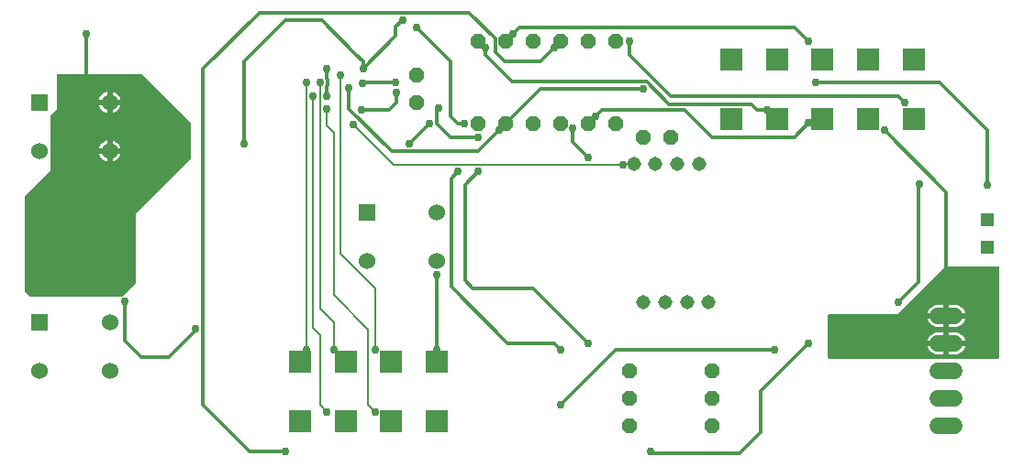
<source format=gbr>
G04 EAGLE Gerber RS-274X export*
G75*
%MOMM*%
%FSLAX34Y34*%
%LPD*%
%INBottom Copper*%
%IPPOS*%
%AMOC8*
5,1,8,0,0,1.08239X$1,22.5*%
G01*
%ADD10P,1.429621X8X22.500000*%
%ADD11P,1.429621X8X292.500000*%
%ADD12C,1.524000*%
%ADD13P,1.429621X8X202.500000*%
%ADD14P,1.429621X8X112.500000*%
%ADD15C,1.314200*%
%ADD16R,1.300000X1.300000*%
%ADD17R,2.100000X2.100000*%
%ADD18R,1.524000X1.524000*%
%ADD19C,1.524000*%
%ADD20C,0.756400*%
%ADD21C,0.304800*%
%ADD22C,0.152400*%

G36*
X101726Y157241D02*
X101726Y157241D01*
X101852Y157248D01*
X101898Y157261D01*
X101946Y157267D01*
X102065Y157309D01*
X102187Y157344D01*
X102229Y157368D01*
X102274Y157384D01*
X102381Y157453D01*
X102491Y157514D01*
X102537Y157554D01*
X102567Y157573D01*
X102601Y157608D01*
X102677Y157673D01*
X115377Y170373D01*
X115456Y170472D01*
X115540Y170566D01*
X115564Y170608D01*
X115594Y170646D01*
X115648Y170760D01*
X115709Y170871D01*
X115722Y170917D01*
X115743Y170961D01*
X115769Y171084D01*
X115804Y171206D01*
X115809Y171267D01*
X115816Y171302D01*
X115815Y171350D01*
X115823Y171450D01*
X115823Y234319D01*
X166177Y284673D01*
X166256Y284772D01*
X166340Y284866D01*
X166364Y284908D01*
X166394Y284946D01*
X166448Y285060D01*
X166509Y285171D01*
X166522Y285217D01*
X166543Y285261D01*
X166569Y285384D01*
X166604Y285506D01*
X166609Y285567D01*
X166616Y285602D01*
X166615Y285650D01*
X166623Y285750D01*
X166623Y317500D01*
X166609Y317626D01*
X166602Y317752D01*
X166589Y317798D01*
X166583Y317846D01*
X166541Y317965D01*
X166506Y318087D01*
X166482Y318129D01*
X166466Y318174D01*
X166397Y318281D01*
X166336Y318391D01*
X166296Y318437D01*
X166277Y318467D01*
X166242Y318501D01*
X166177Y318577D01*
X121727Y363027D01*
X121628Y363106D01*
X121534Y363190D01*
X121492Y363214D01*
X121454Y363244D01*
X121340Y363298D01*
X121229Y363359D01*
X121183Y363372D01*
X121139Y363393D01*
X121016Y363419D01*
X120894Y363454D01*
X120833Y363459D01*
X120798Y363466D01*
X120750Y363465D01*
X120650Y363473D01*
X44450Y363473D01*
X44424Y363470D01*
X44398Y363472D01*
X44251Y363450D01*
X44104Y363433D01*
X44079Y363425D01*
X44053Y363421D01*
X43915Y363366D01*
X43776Y363316D01*
X43754Y363302D01*
X43729Y363292D01*
X43608Y363207D01*
X43483Y363127D01*
X43465Y363108D01*
X43443Y363093D01*
X43344Y362983D01*
X43241Y362876D01*
X43227Y362854D01*
X43210Y362834D01*
X43138Y362704D01*
X43062Y362577D01*
X43054Y362552D01*
X43041Y362529D01*
X43001Y362386D01*
X42956Y362245D01*
X42954Y362219D01*
X42946Y362194D01*
X42927Y361950D01*
X42927Y330831D01*
X37023Y324927D01*
X36944Y324828D01*
X36860Y324734D01*
X36836Y324692D01*
X36806Y324654D01*
X36752Y324540D01*
X36691Y324429D01*
X36678Y324383D01*
X36657Y324339D01*
X36631Y324216D01*
X36596Y324094D01*
X36592Y324033D01*
X36584Y323998D01*
X36585Y323950D01*
X36577Y323850D01*
X36577Y273681D01*
X13307Y250411D01*
X13228Y250312D01*
X13144Y250218D01*
X13120Y250176D01*
X13090Y250138D01*
X13036Y250024D01*
X12975Y249913D01*
X12962Y249867D01*
X12941Y249823D01*
X12915Y249700D01*
X12880Y249578D01*
X12875Y249517D01*
X12868Y249482D01*
X12869Y249434D01*
X12861Y249334D01*
X12861Y163416D01*
X12875Y163290D01*
X12882Y163164D01*
X12895Y163118D01*
X12901Y163070D01*
X12943Y162951D01*
X12978Y162829D01*
X13002Y162787D01*
X13018Y162742D01*
X13087Y162636D01*
X13148Y162525D01*
X13188Y162479D01*
X13207Y162449D01*
X13242Y162415D01*
X13307Y162339D01*
X17973Y157673D01*
X18072Y157594D01*
X18166Y157510D01*
X18208Y157486D01*
X18246Y157456D01*
X18360Y157402D01*
X18471Y157341D01*
X18517Y157328D01*
X18561Y157307D01*
X18684Y157281D01*
X18806Y157246D01*
X18867Y157242D01*
X18902Y157234D01*
X18950Y157235D01*
X19050Y157227D01*
X101600Y157227D01*
X101726Y157241D01*
G37*
G36*
X911042Y100080D02*
X911042Y100080D01*
X911068Y100078D01*
X911215Y100100D01*
X911362Y100117D01*
X911387Y100125D01*
X911413Y100129D01*
X911551Y100184D01*
X911690Y100234D01*
X911712Y100248D01*
X911737Y100258D01*
X911858Y100343D01*
X911983Y100423D01*
X912001Y100442D01*
X912023Y100457D01*
X912122Y100567D01*
X912225Y100674D01*
X912239Y100696D01*
X912256Y100716D01*
X912328Y100846D01*
X912404Y100973D01*
X912412Y100998D01*
X912425Y101021D01*
X912465Y101164D01*
X912510Y101305D01*
X912512Y101331D01*
X912520Y101356D01*
X912539Y101600D01*
X912539Y184150D01*
X912536Y184176D01*
X912538Y184202D01*
X912516Y184349D01*
X912499Y184496D01*
X912491Y184521D01*
X912487Y184547D01*
X912432Y184685D01*
X912382Y184824D01*
X912368Y184846D01*
X912358Y184871D01*
X912273Y184992D01*
X912193Y185117D01*
X912174Y185135D01*
X912159Y185157D01*
X912049Y185256D01*
X911942Y185359D01*
X911920Y185373D01*
X911900Y185390D01*
X911770Y185462D01*
X911643Y185538D01*
X911618Y185546D01*
X911595Y185559D01*
X911452Y185599D01*
X911311Y185644D01*
X911285Y185646D01*
X911260Y185654D01*
X911016Y185673D01*
X863600Y185673D01*
X863474Y185659D01*
X863348Y185652D01*
X863302Y185639D01*
X863254Y185633D01*
X863135Y185591D01*
X863013Y185556D01*
X862971Y185532D01*
X862926Y185516D01*
X862819Y185447D01*
X862709Y185386D01*
X862663Y185346D01*
X862633Y185327D01*
X862599Y185292D01*
X862523Y185227D01*
X818519Y141223D01*
X755650Y141223D01*
X755624Y141220D01*
X755598Y141222D01*
X755451Y141200D01*
X755304Y141183D01*
X755279Y141175D01*
X755253Y141171D01*
X755115Y141116D01*
X754976Y141066D01*
X754954Y141052D01*
X754929Y141042D01*
X754808Y140957D01*
X754683Y140877D01*
X754665Y140858D01*
X754643Y140843D01*
X754544Y140733D01*
X754441Y140626D01*
X754427Y140604D01*
X754410Y140584D01*
X754338Y140454D01*
X754262Y140327D01*
X754254Y140302D01*
X754241Y140279D01*
X754201Y140136D01*
X754156Y139995D01*
X754154Y139969D01*
X754146Y139944D01*
X754127Y139700D01*
X754127Y101600D01*
X754130Y101574D01*
X754128Y101548D01*
X754150Y101401D01*
X754167Y101254D01*
X754175Y101229D01*
X754179Y101203D01*
X754234Y101065D01*
X754284Y100926D01*
X754298Y100904D01*
X754308Y100879D01*
X754393Y100758D01*
X754473Y100633D01*
X754492Y100615D01*
X754507Y100593D01*
X754617Y100494D01*
X754724Y100391D01*
X754746Y100377D01*
X754766Y100360D01*
X754896Y100288D01*
X755023Y100212D01*
X755048Y100204D01*
X755071Y100191D01*
X755214Y100151D01*
X755355Y100106D01*
X755381Y100104D01*
X755406Y100096D01*
X755650Y100077D01*
X911016Y100077D01*
X911042Y100080D01*
G37*
%LPC*%
G36*
X866139Y142239D02*
X866139Y142239D01*
X866139Y149861D01*
X872020Y149861D01*
X873599Y149611D01*
X875120Y149116D01*
X876545Y148390D01*
X877839Y147450D01*
X878970Y146319D01*
X879910Y145025D01*
X880636Y143600D01*
X881079Y142239D01*
X866139Y142239D01*
G37*
%LPD*%
%LPC*%
G36*
X866139Y116839D02*
X866139Y116839D01*
X866139Y124461D01*
X872020Y124461D01*
X873599Y124211D01*
X875120Y123716D01*
X876545Y122990D01*
X877839Y122050D01*
X878970Y120919D01*
X879910Y119625D01*
X880636Y118200D01*
X881079Y116839D01*
X866139Y116839D01*
G37*
%LPD*%
%LPC*%
G36*
X846121Y142239D02*
X846121Y142239D01*
X846564Y143600D01*
X847290Y145025D01*
X848230Y146319D01*
X849361Y147450D01*
X850655Y148390D01*
X852080Y149116D01*
X853601Y149611D01*
X855180Y149861D01*
X861061Y149861D01*
X861061Y142239D01*
X846121Y142239D01*
G37*
%LPD*%
%LPC*%
G36*
X846121Y116839D02*
X846121Y116839D01*
X846564Y118200D01*
X847290Y119625D01*
X848230Y120919D01*
X849361Y122050D01*
X850655Y122990D01*
X852080Y123716D01*
X853601Y124211D01*
X855180Y124461D01*
X861061Y124461D01*
X861061Y116839D01*
X846121Y116839D01*
G37*
%LPD*%
%LPC*%
G36*
X866139Y129539D02*
X866139Y129539D01*
X866139Y137161D01*
X881079Y137161D01*
X880636Y135800D01*
X879910Y134375D01*
X878970Y133081D01*
X877839Y131950D01*
X876545Y131010D01*
X875120Y130284D01*
X873599Y129789D01*
X872020Y129539D01*
X866139Y129539D01*
G37*
%LPD*%
%LPC*%
G36*
X866139Y104139D02*
X866139Y104139D01*
X866139Y111761D01*
X881079Y111761D01*
X880636Y110400D01*
X879910Y108975D01*
X878970Y107681D01*
X877839Y106550D01*
X876545Y105610D01*
X875120Y104884D01*
X873599Y104389D01*
X872020Y104139D01*
X866139Y104139D01*
G37*
%LPD*%
%LPC*%
G36*
X855180Y129539D02*
X855180Y129539D01*
X853601Y129789D01*
X852080Y130284D01*
X850655Y131010D01*
X849361Y131950D01*
X848230Y133081D01*
X847290Y134375D01*
X846564Y135800D01*
X846121Y137161D01*
X861061Y137161D01*
X861061Y129539D01*
X855180Y129539D01*
G37*
%LPD*%
%LPC*%
G36*
X855180Y104139D02*
X855180Y104139D01*
X853601Y104389D01*
X852080Y104884D01*
X850655Y105610D01*
X849361Y106550D01*
X848230Y107681D01*
X847290Y108975D01*
X846564Y110400D01*
X846121Y111761D01*
X861061Y111761D01*
X861061Y104139D01*
X855180Y104139D01*
G37*
%LPD*%
%LPC*%
G36*
X94139Y339597D02*
X94139Y339597D01*
X94139Y346917D01*
X95500Y346474D01*
X96925Y345748D01*
X98219Y344808D01*
X99350Y343677D01*
X100290Y342383D01*
X101016Y340958D01*
X101459Y339597D01*
X94139Y339597D01*
G37*
%LPD*%
%LPC*%
G36*
X94139Y294639D02*
X94139Y294639D01*
X94139Y301959D01*
X95500Y301516D01*
X96925Y300790D01*
X98219Y299850D01*
X99350Y298719D01*
X100290Y297425D01*
X101016Y296000D01*
X101459Y294639D01*
X94139Y294639D01*
G37*
%LPD*%
%LPC*%
G36*
X81741Y339597D02*
X81741Y339597D01*
X82184Y340958D01*
X82910Y342383D01*
X83850Y343677D01*
X84981Y344808D01*
X86275Y345748D01*
X87700Y346474D01*
X89061Y346917D01*
X89061Y339597D01*
X81741Y339597D01*
G37*
%LPD*%
%LPC*%
G36*
X94139Y334519D02*
X94139Y334519D01*
X101459Y334519D01*
X101016Y333158D01*
X100290Y331733D01*
X99350Y330439D01*
X98219Y329308D01*
X96925Y328368D01*
X95500Y327642D01*
X94139Y327199D01*
X94139Y334519D01*
G37*
%LPD*%
%LPC*%
G36*
X81741Y294639D02*
X81741Y294639D01*
X82184Y296000D01*
X82910Y297425D01*
X83850Y298719D01*
X84981Y299850D01*
X86275Y300790D01*
X87700Y301516D01*
X89061Y301959D01*
X89061Y294639D01*
X81741Y294639D01*
G37*
%LPD*%
%LPC*%
G36*
X94139Y289561D02*
X94139Y289561D01*
X101459Y289561D01*
X101016Y288200D01*
X100290Y286775D01*
X99350Y285481D01*
X98219Y284350D01*
X96925Y283410D01*
X95500Y282684D01*
X94139Y282241D01*
X94139Y289561D01*
G37*
%LPD*%
%LPC*%
G36*
X87700Y327642D02*
X87700Y327642D01*
X86275Y328368D01*
X84981Y329308D01*
X83850Y330439D01*
X82910Y331733D01*
X82184Y333158D01*
X81741Y334519D01*
X89061Y334519D01*
X89061Y327199D01*
X87700Y327642D01*
G37*
%LPD*%
%LPC*%
G36*
X87700Y282684D02*
X87700Y282684D01*
X86275Y283410D01*
X84981Y284350D01*
X83850Y285481D01*
X82910Y286775D01*
X82184Y288200D01*
X81741Y289561D01*
X89061Y289561D01*
X89061Y282241D01*
X87700Y282684D01*
G37*
%LPD*%
D10*
X584200Y304800D03*
X609600Y304800D03*
D11*
X374650Y361950D03*
X374650Y336550D03*
D12*
X855980Y38100D02*
X871220Y38100D01*
X871220Y63500D02*
X855980Y63500D01*
X855980Y88900D02*
X871220Y88900D01*
X871220Y114300D02*
X855980Y114300D01*
X855980Y139700D02*
X871220Y139700D01*
D13*
X647700Y38100D03*
X571500Y38100D03*
D10*
X571500Y88900D03*
X647700Y88900D03*
D14*
X533400Y317500D03*
X533400Y393700D03*
X431800Y317500D03*
X431800Y393700D03*
X482600Y317500D03*
X482600Y393700D03*
D11*
X457200Y393700D03*
X457200Y317500D03*
D14*
X508000Y317500D03*
X508000Y393700D03*
X558800Y317500D03*
X558800Y393700D03*
D13*
X647700Y63500D03*
X571500Y63500D03*
D15*
X584100Y151950D03*
X604100Y151950D03*
X624100Y151950D03*
X644100Y151950D03*
X635100Y279850D03*
X615100Y279850D03*
X595100Y279850D03*
X575100Y279850D03*
D16*
X901700Y228600D03*
X901700Y203200D03*
D17*
X393200Y42350D03*
X351200Y42350D03*
X309200Y42350D03*
X267200Y42350D03*
X267200Y97350D03*
X309200Y97350D03*
X351200Y97350D03*
X393200Y97350D03*
X833300Y321750D03*
X791300Y321750D03*
X749300Y321750D03*
X707300Y321750D03*
X665300Y321750D03*
X707300Y376750D03*
X665300Y376750D03*
X749300Y376750D03*
X791300Y376750D03*
X833300Y376750D03*
D18*
X26576Y133858D03*
D19*
X26576Y88900D03*
X91600Y88900D03*
X91600Y133858D03*
D18*
X26576Y337058D03*
D19*
X26576Y292100D03*
X91600Y292100D03*
X91600Y337058D03*
D18*
X328676Y235458D03*
D19*
X328676Y190500D03*
X393700Y190500D03*
X393700Y235458D03*
D20*
X323850Y330200D03*
X393700Y107950D03*
D21*
X393700Y177800D01*
D20*
X393700Y177800D03*
X806450Y311150D03*
D21*
X863600Y254000D01*
X863600Y158750D01*
D20*
X863600Y158750D03*
X355961Y346512D03*
D21*
X355961Y336911D01*
X349250Y330200D01*
X323850Y330200D01*
D20*
X508000Y57150D03*
D21*
X558800Y107950D01*
X704850Y107950D01*
D20*
X704850Y107950D03*
X69850Y355600D03*
D21*
X69850Y400050D01*
D20*
X69850Y400050D03*
X292100Y368300D03*
X292100Y342900D03*
D21*
X292100Y358909D02*
X292100Y368300D01*
X292100Y358909D02*
X292580Y358429D01*
X292580Y352771D01*
X292100Y352291D01*
X292100Y342900D01*
D20*
X316384Y316384D03*
D22*
X353369Y279400D01*
X565150Y279400D01*
D20*
X565150Y279400D03*
X742950Y355600D03*
D21*
X857250Y355600D01*
X901700Y311150D01*
X901700Y260350D01*
D20*
X901700Y260350D03*
X825500Y336550D03*
D21*
X819150Y342900D01*
X609600Y342900D01*
X571500Y381000D01*
X571500Y393700D01*
D20*
X571500Y393700D03*
X254000Y13942D03*
D21*
X221008Y13942D01*
X177800Y57150D01*
X177800Y368300D01*
X229566Y420066D01*
X423192Y420066D01*
D20*
X501650Y387350D03*
D21*
X488950Y374650D01*
X447548Y383352D02*
X447548Y395710D01*
X447548Y383352D02*
X456250Y374650D01*
X488950Y374650D01*
X447548Y395710D02*
X423192Y420066D01*
D20*
X533400Y285750D03*
D21*
X519045Y300105D01*
X519045Y312805D01*
D20*
X519045Y312805D03*
X324869Y354900D03*
D21*
X324169Y355600D01*
X355600Y355600D01*
D20*
X355600Y355600D03*
X431800Y304800D03*
D21*
X406400Y304800D01*
X393700Y317500D01*
X393700Y330200D01*
X395355Y331855D01*
D20*
X395355Y331855D03*
X215900Y298450D03*
D21*
X215900Y374650D01*
X254000Y412750D01*
X287180Y412750D01*
X318215Y381715D02*
X325280Y374650D01*
X318215Y381715D02*
X287180Y412750D01*
X325280Y374650D02*
X325280Y368300D01*
D20*
X325280Y368300D03*
X819150Y152400D03*
D21*
X837946Y171196D01*
X837946Y259155D01*
D20*
X839072Y261222D03*
D21*
X839072Y260282D01*
X837946Y259155D01*
D20*
X736600Y114300D03*
D21*
X692150Y69850D01*
X692150Y31750D01*
X673100Y12700D01*
X590550Y12700D01*
X590550Y13942D01*
D20*
X590550Y13942D03*
X361950Y413230D03*
D21*
X355600Y406880D01*
X355600Y398620D01*
X325280Y368300D01*
D20*
X105575Y152880D03*
D21*
X105575Y116675D01*
X114300Y107950D01*
X120650Y101600D01*
X146050Y101600D01*
X170334Y125884D01*
X170334Y128116D01*
D20*
X170334Y128116D03*
X508000Y107950D03*
D21*
X406654Y166295D02*
X406654Y196850D01*
X501650Y114300D02*
X508000Y107950D01*
X501650Y114300D02*
X458649Y114300D01*
X406654Y166295D01*
X406654Y266954D02*
X412750Y273050D01*
X406654Y266954D02*
X406654Y196850D01*
D20*
X412750Y273050D03*
X368300Y298930D03*
X386870Y317500D03*
D21*
X368300Y298930D01*
D20*
X431800Y273050D03*
X533400Y114300D03*
D21*
X482346Y165354D01*
X426645Y165354D01*
X419354Y172645D01*
X419354Y260604D02*
X431800Y273050D01*
X419354Y260604D02*
X419354Y172645D01*
D20*
X312266Y350366D03*
D21*
X312266Y331316D02*
X351482Y292100D01*
X312266Y331316D02*
X312266Y350366D01*
X351482Y292100D02*
X431800Y292100D01*
X450850Y311150D01*
X450850Y311630D01*
D20*
X450850Y311630D03*
X584200Y349250D03*
D21*
X488950Y349250D01*
X450850Y311150D01*
D20*
X736600Y393700D03*
D21*
X723900Y406400D01*
X469900Y406400D01*
X463550Y400050D01*
D20*
X463550Y400050D03*
X698500Y330200D03*
X438150Y387350D03*
D21*
X688511Y330200D02*
X698500Y330200D01*
X688511Y330200D02*
X683413Y335298D01*
X463070Y356080D02*
X438150Y381000D01*
X438150Y387350D01*
X463070Y356080D02*
X587029Y356080D01*
X607811Y335298D02*
X683413Y335298D01*
X607811Y335298D02*
X587029Y356080D01*
D20*
X736600Y317980D03*
D21*
X723420Y304800D01*
X647700Y304800D01*
X622300Y330200D01*
X546100Y330200D01*
X539750Y323850D01*
D20*
X539750Y323850D03*
X374650Y406400D03*
D21*
X406400Y374650D01*
X406400Y323850D02*
X412750Y317500D01*
X419100Y317500D01*
D20*
X419100Y317500D03*
D21*
X406400Y323850D02*
X406400Y374650D01*
D20*
X292100Y330618D03*
X336550Y50800D03*
D22*
X330200Y57150D01*
X298450Y158750D02*
X298450Y308919D01*
X330200Y127000D02*
X330200Y57150D01*
X330200Y127000D02*
X298450Y158750D01*
X292100Y315269D02*
X292100Y330618D01*
X292100Y315269D02*
X298450Y308919D01*
D20*
X279400Y342900D03*
X292100Y50800D03*
D22*
X285750Y57150D01*
X279400Y128433D02*
X279400Y342900D01*
X285750Y122083D02*
X285750Y57150D01*
X285750Y122083D02*
X279400Y128433D01*
D20*
X273050Y355600D03*
X273050Y107950D03*
D22*
X273050Y355600D01*
D20*
X285750Y355600D03*
X298450Y107950D03*
D22*
X298450Y133350D02*
X285750Y146050D01*
X285750Y355600D01*
X298450Y133350D02*
X298450Y107950D01*
D20*
X304800Y361950D03*
X336550Y107950D03*
D22*
X336550Y165100D02*
X304800Y196850D01*
X336550Y165100D02*
X336550Y107950D01*
X304800Y196850D02*
X304800Y361950D01*
M02*

</source>
